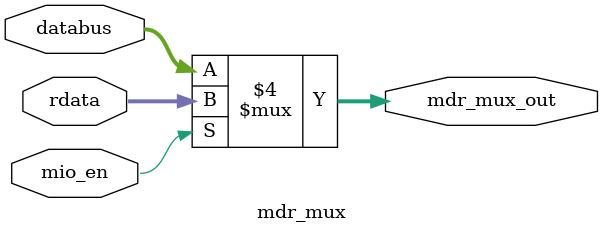
<source format=sv>
`timescale 1ns / 1ps

module mdr_mux(
    input logic mio_en,
    input logic [15:0] databus, //when mio_en = 0
    input logic [15:0] rdata,   //when mio_en = 1
    
    output logic [15:0] mdr_mux_out
    );
    
always_comb
begin
    if(mio_en == 0) begin
        mdr_mux_out = databus;
    end
    else begin
        mdr_mux_out = rdata;
    end 
end
endmodule

</source>
